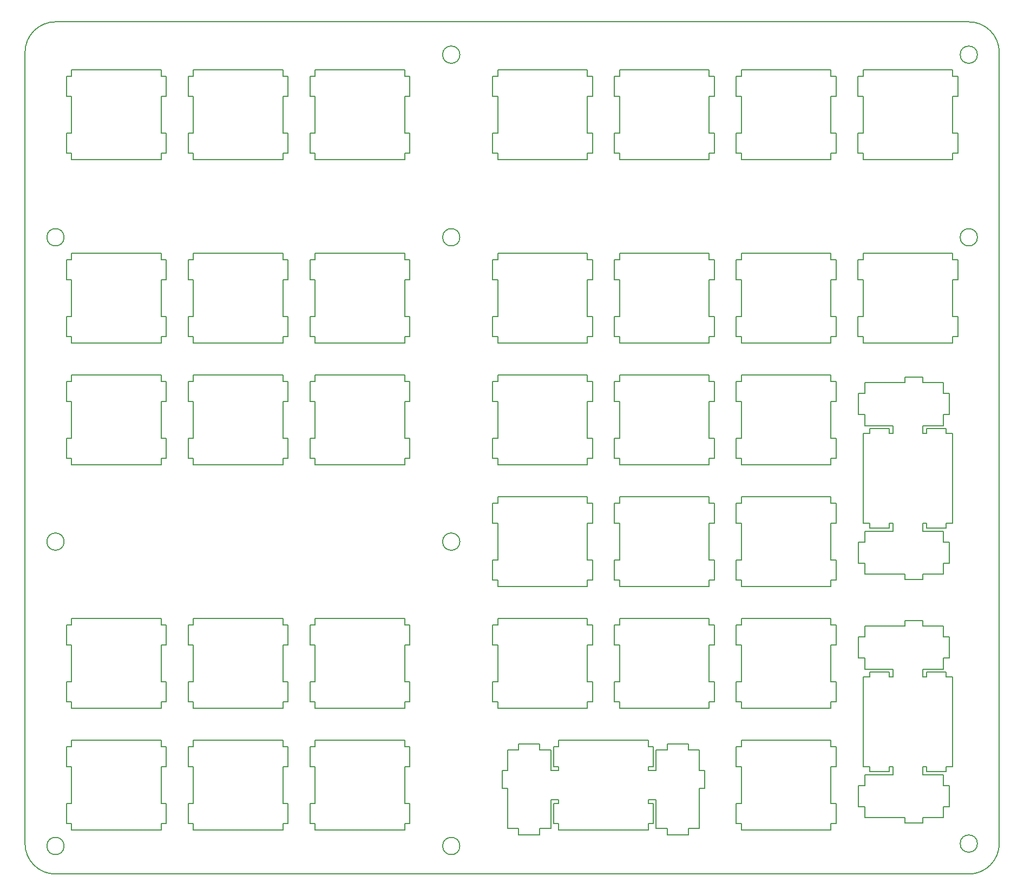
<source format=gbr>
%TF.GenerationSoftware,KiCad,Pcbnew,7.0.9*%
%TF.CreationDate,2023-12-19T13:09:28-08:00*%
%TF.ProjectId,Numpad-Plate,4e756d70-6164-42d5-906c-6174652e6b69,rev?*%
%TF.SameCoordinates,Original*%
%TF.FileFunction,Profile,NP*%
%FSLAX46Y46*%
G04 Gerber Fmt 4.6, Leading zero omitted, Abs format (unit mm)*
G04 Created by KiCad (PCBNEW 7.0.9) date 2023-12-19 13:09:28*
%MOMM*%
%LPD*%
G01*
G04 APERTURE LIST*
%TA.AperFunction,Profile*%
%ADD10C,0.200000*%
%TD*%
G04 APERTURE END LIST*
D10*
X178725500Y-40861398D02*
X178725500Y-35061398D01*
X54100500Y-35061398D02*
X54100500Y-31961398D01*
X92200500Y-91710500D02*
X92200500Y-88610500D01*
X188025500Y-117137098D02*
X185225500Y-117137098D01*
X121575500Y-130810500D02*
X121575500Y-129810500D01*
X135575500Y-130810500D02*
X121575500Y-130810500D01*
X191255500Y-146237098D02*
X191255500Y-147962098D01*
X92200500Y-148860500D02*
X92200500Y-145760500D01*
X54900500Y-148860500D02*
X54100500Y-148860500D01*
X136375500Y-63760500D02*
X135575500Y-63760500D01*
X107000500Y-72660500D02*
X107000500Y-73660500D01*
X136375500Y-101860500D02*
X135575500Y-101860500D01*
X121575500Y-111760500D02*
X121575500Y-110760500D01*
X107800500Y-79710500D02*
X107800500Y-82810500D01*
X174475500Y-117810500D02*
X174475500Y-120910500D01*
X68900500Y-148860500D02*
X68900500Y-149860500D01*
X177975500Y-146237098D02*
X177975500Y-142937098D01*
X145900500Y-139960500D02*
X145100500Y-139960500D01*
X154625500Y-120910500D02*
X154625500Y-126710500D01*
X192175500Y-146237098D02*
X191255500Y-146237098D01*
X92200500Y-139960500D02*
X92200500Y-136860500D01*
X93000500Y-116810500D02*
X107000500Y-116810500D01*
X93000500Y-78710500D02*
X107000500Y-78710500D01*
X188025500Y-86612098D02*
X191255500Y-86612098D01*
X54900500Y-60660500D02*
X54900500Y-59660500D01*
X107000500Y-78710500D02*
X107000500Y-79710500D01*
X73150500Y-69560500D02*
X73950500Y-69560500D01*
X93000500Y-91710500D02*
X92200500Y-91710500D01*
X135575500Y-44961398D02*
X121575500Y-44961398D01*
X69700500Y-40861398D02*
X69700500Y-43961398D01*
X154625500Y-110760500D02*
X154625500Y-111760500D01*
X130300500Y-148860500D02*
X130300500Y-145760500D01*
X73150500Y-145760500D02*
X73950500Y-145760500D01*
X87950500Y-69560500D02*
X88750500Y-69560500D01*
X140625500Y-82810500D02*
X139825500Y-82810500D01*
X177925500Y-63760500D02*
X177925500Y-60660500D01*
X178725500Y-101862098D02*
X178725500Y-87862098D01*
X120775500Y-40861398D02*
X121575500Y-40861398D01*
X192725500Y-69560500D02*
X193525500Y-69560500D01*
X155425500Y-120910500D02*
X154625500Y-120910500D01*
X174475500Y-69560500D02*
X174475500Y-72660500D01*
X192175500Y-119687098D02*
X191255500Y-119687098D01*
X131100500Y-149860500D02*
X131100500Y-148860500D01*
X200013500Y-28188098D02*
X200013500Y-152012098D01*
X73150500Y-79710500D02*
X73950500Y-79710500D01*
X135575500Y-82810500D02*
X135575500Y-88610500D01*
X73150500Y-126710500D02*
X73950500Y-126710500D01*
X68900500Y-117810500D02*
X69700500Y-117810500D01*
X178955500Y-81587098D02*
X177975500Y-81587098D01*
X68900500Y-69560500D02*
X69700500Y-69560500D01*
X93000500Y-40861398D02*
X93000500Y-35061398D01*
X135575500Y-73660500D02*
X121575500Y-73660500D01*
X140625500Y-116810500D02*
X154625500Y-116810500D01*
X178725500Y-43961398D02*
X177925500Y-43961398D01*
X177925500Y-69560500D02*
X178725500Y-69560500D01*
X54900500Y-92710500D02*
X54900500Y-91710500D01*
X92200500Y-88610500D02*
X93000500Y-88610500D01*
X121575500Y-97760500D02*
X135575500Y-97760500D01*
X88750500Y-60660500D02*
X88750500Y-63760500D01*
X107800500Y-31961398D02*
X107800500Y-35061398D01*
X54100500Y-63760500D02*
X54100500Y-60660500D01*
X140625500Y-72660500D02*
X139825500Y-72660500D01*
X188625500Y-140762098D02*
X188625500Y-139962098D01*
X191725500Y-87862098D02*
X192725500Y-87862098D01*
X135575500Y-59660500D02*
X135575500Y-60660500D01*
X178725500Y-72660500D02*
X177925500Y-72660500D01*
X178725500Y-30961398D02*
X192725500Y-30961398D01*
X107000500Y-59660500D02*
X107000500Y-60660500D01*
X54100500Y-88610500D02*
X54900500Y-88610500D01*
X121575500Y-126710500D02*
X121575500Y-120910500D01*
X158875500Y-69560500D02*
X159675500Y-69560500D01*
X193525500Y-72660500D02*
X192725500Y-72660500D01*
X155425500Y-69560500D02*
X155425500Y-72660500D01*
X88750500Y-117810500D02*
X88750500Y-120910500D01*
X174475500Y-43961398D02*
X173675500Y-43961398D01*
X140625500Y-97760500D02*
X154625500Y-97760500D01*
X73950500Y-92710500D02*
X73950500Y-91710500D01*
X159675500Y-107660500D02*
X159675500Y-101860500D01*
X87950500Y-136860500D02*
X88750500Y-136860500D01*
X68900500Y-63760500D02*
X68900500Y-69560500D01*
X120775500Y-91710500D02*
X120775500Y-88610500D01*
X173675500Y-130810500D02*
X159675500Y-130810500D01*
X115637500Y-104762500D02*
G75*
G03*
X115637500Y-104762500I-1350000J0D01*
G01*
X192725500Y-43961398D02*
X192725500Y-44961398D01*
X159675500Y-126710500D02*
X159675500Y-120910500D01*
X173675500Y-98760500D02*
X174475500Y-98760500D01*
X68900500Y-145760500D02*
X69700500Y-145760500D01*
X136375500Y-69560500D02*
X136375500Y-72660500D01*
X146350500Y-140560500D02*
X146350500Y-137330500D01*
X130300500Y-145760500D02*
X131100500Y-145760500D01*
X192725500Y-59660500D02*
X192725500Y-60660500D01*
X153100500Y-149630500D02*
X151375500Y-149630500D01*
X192175500Y-104837098D02*
X192175500Y-108137098D01*
X153925500Y-143360500D02*
X153100500Y-143360500D01*
X54900500Y-135860500D02*
X68900500Y-135860500D01*
X93000500Y-72660500D02*
X92200500Y-72660500D01*
X159675500Y-73660500D02*
X159675500Y-72660500D01*
X87950500Y-126710500D02*
X88750500Y-126710500D01*
X195250500Y-23425098D02*
X52376500Y-23425098D01*
X136375500Y-31961398D02*
X136375500Y-35061398D01*
X178955500Y-104837098D02*
X178955500Y-103112098D01*
X154625500Y-44961398D02*
X140625500Y-44961398D01*
X185225500Y-79862098D02*
X178955500Y-79862098D01*
X128125500Y-150610500D02*
X128125500Y-149630500D01*
X155425500Y-107660500D02*
X155425500Y-110760500D01*
X68900500Y-44961398D02*
X54900500Y-44961398D01*
X158875500Y-40861398D02*
X159675500Y-40861398D01*
X139825500Y-69560500D02*
X140625500Y-69560500D01*
X93000500Y-60660500D02*
X93000500Y-59660500D01*
X173675500Y-63760500D02*
X173675500Y-69560500D01*
X173675500Y-145760500D02*
X174475500Y-145760500D01*
X54900500Y-78710500D02*
X68900500Y-78710500D01*
X68900500Y-59660500D02*
X68900500Y-60660500D01*
X87950500Y-91710500D02*
X87950500Y-92710500D01*
X195250500Y-156775098D02*
X52376500Y-156775098D01*
X159675500Y-69560500D02*
X159675500Y-63760500D01*
X140625500Y-98760500D02*
X140625500Y-97760500D01*
X155425500Y-35061398D02*
X154625500Y-35061398D01*
X191255500Y-122987098D02*
X192175500Y-122987098D01*
X88750500Y-139960500D02*
X87950500Y-139960500D01*
X68900500Y-135860500D02*
X68900500Y-136860500D01*
X87950500Y-40861398D02*
X88750500Y-40861398D01*
X182825500Y-140762098D02*
X179725500Y-140762098D01*
X179725500Y-139962098D02*
X178725500Y-139962098D01*
X129850500Y-140560500D02*
X129850500Y-137330500D01*
X54100500Y-145760500D02*
X54900500Y-145760500D01*
X140625500Y-101860500D02*
X139825500Y-101860500D01*
X92200500Y-126710500D02*
X93000500Y-126710500D01*
X193525500Y-60660500D02*
X193525500Y-63760500D01*
X191255500Y-119687098D02*
X191255500Y-117962098D01*
X174475500Y-35061398D02*
X173675500Y-35061398D01*
X188625500Y-87862098D02*
X188625500Y-87062098D01*
X68900500Y-73660500D02*
X54900500Y-73660500D01*
X145900500Y-148860500D02*
X145100500Y-148860500D01*
X153100500Y-137330500D02*
X153100500Y-140560500D01*
X192725500Y-101862098D02*
X191725500Y-101862098D01*
X191255500Y-124712098D02*
X191255500Y-122987098D01*
X183425500Y-103112098D02*
X183425500Y-101862098D01*
X69700500Y-129810500D02*
X68900500Y-129810500D01*
X88750500Y-79710500D02*
X88750500Y-82810500D01*
X73150500Y-91710500D02*
X73150500Y-88610500D01*
X191725500Y-102662098D02*
X188625500Y-102662098D01*
X88750500Y-63760500D02*
X87950500Y-63760500D01*
X155425500Y-82810500D02*
X154625500Y-82810500D01*
X173675500Y-117810500D02*
X174475500Y-117810500D01*
X158875500Y-129810500D02*
X158875500Y-126710500D01*
X188025500Y-79037098D02*
X185225500Y-79037098D01*
X54100500Y-60660500D02*
X54900500Y-60660500D01*
X107000500Y-73660500D02*
X93000500Y-73660500D01*
X87950500Y-130810500D02*
X73950500Y-130810500D01*
X54100500Y-117810500D02*
X54900500Y-117810500D01*
X173675500Y-35061398D02*
X173675500Y-40861398D01*
X185225500Y-117137098D02*
X185225500Y-117962098D01*
X135575500Y-72660500D02*
X135575500Y-73660500D01*
X129850500Y-149630500D02*
X129850500Y-145160500D01*
X92200500Y-79710500D02*
X93000500Y-79710500D01*
X73950500Y-145760500D02*
X73950500Y-139960500D01*
X54900500Y-145760500D02*
X54900500Y-139960500D01*
X73150500Y-40861398D02*
X73950500Y-40861398D01*
X135575500Y-129810500D02*
X135575500Y-130810500D01*
X178955500Y-109862098D02*
X178955500Y-108137098D01*
X140625500Y-91710500D02*
X139825500Y-91710500D01*
X182825500Y-139962098D02*
X182825500Y-140762098D01*
X178725500Y-73660500D02*
X178725500Y-72660500D01*
X136375500Y-129810500D02*
X135575500Y-129810500D01*
X73950500Y-116810500D02*
X87950500Y-116810500D01*
X158875500Y-117810500D02*
X159675500Y-117810500D01*
X178725500Y-60660500D02*
X178725500Y-59660500D01*
X92200500Y-129810500D02*
X92200500Y-126710500D01*
X107800500Y-82810500D02*
X107000500Y-82810500D01*
X192175500Y-81587098D02*
X191255500Y-81587098D01*
X140625500Y-110760500D02*
X139825500Y-110760500D01*
X54900500Y-82810500D02*
X54100500Y-82810500D01*
X173675500Y-135860500D02*
X173675500Y-136860500D01*
X188025500Y-125962098D02*
X188025500Y-124712098D01*
X87950500Y-35061398D02*
X87950500Y-40861398D01*
X107000500Y-43961398D02*
X107000500Y-44961398D01*
X69700500Y-145760500D02*
X69700500Y-148860500D01*
X121575500Y-31961398D02*
X121575500Y-30961398D01*
X140625500Y-73660500D02*
X140625500Y-72660500D01*
X185225500Y-79037098D02*
X185225500Y-79862098D01*
X69700500Y-35061398D02*
X68900500Y-35061398D01*
X178955500Y-146237098D02*
X177975500Y-146237098D01*
X136375500Y-120910500D02*
X135575500Y-120910500D01*
X154625500Y-88610500D02*
X155425500Y-88610500D01*
X135575500Y-30961398D02*
X135575500Y-31961398D01*
X73950500Y-43961398D02*
X73150500Y-43961398D01*
X179725500Y-125962098D02*
X179725500Y-125162098D01*
X54100500Y-139960500D02*
X54100500Y-136860500D01*
X54900500Y-69560500D02*
X54900500Y-63760500D01*
X192725500Y-125962098D02*
X192725500Y-139962098D01*
X68900500Y-130810500D02*
X54900500Y-130810500D01*
X73950500Y-63760500D02*
X73150500Y-63760500D01*
X69700500Y-72660500D02*
X68900500Y-72660500D01*
X54900500Y-139960500D02*
X54100500Y-139960500D01*
X135575500Y-69560500D02*
X136375500Y-69560500D01*
X182825500Y-101862098D02*
X182825500Y-102662098D01*
X188025500Y-141212098D02*
X191255500Y-141212098D01*
X73950500Y-30961398D02*
X87950500Y-30961398D01*
X154625500Y-43961398D02*
X154625500Y-44961398D01*
X154625500Y-73660500D02*
X140625500Y-73660500D01*
X173675500Y-111760500D02*
X159675500Y-111760500D01*
X47613500Y-28188098D02*
X47613500Y-132963098D01*
X54900500Y-149860500D02*
X54900500Y-148860500D01*
X154625500Y-98760500D02*
X155425500Y-98760500D01*
X136375500Y-88610500D02*
X136375500Y-91710500D01*
X135575500Y-78710500D02*
X135575500Y-79710500D01*
X69700500Y-148860500D02*
X68900500Y-148860500D01*
X146350500Y-145160500D02*
X145100500Y-145160500D01*
X192175500Y-108137098D02*
X191255500Y-108137098D01*
X135575500Y-43961398D02*
X135575500Y-44961398D01*
X188625500Y-125962098D02*
X188025500Y-125962098D01*
X140625500Y-78710500D02*
X154625500Y-78710500D01*
X188025500Y-139962098D02*
X188025500Y-141212098D01*
X140625500Y-107660500D02*
X140625500Y-101860500D01*
X54900500Y-129810500D02*
X54100500Y-129810500D01*
X128125500Y-149630500D02*
X129850500Y-149630500D01*
X135575500Y-92710500D02*
X121575500Y-92710500D01*
X93000500Y-44961398D02*
X93000500Y-43961398D01*
X188625500Y-87062098D02*
X191725500Y-87062098D01*
X178955500Y-124712098D02*
X183425500Y-124712098D01*
X158875500Y-82810500D02*
X158875500Y-79710500D01*
X135575500Y-97760500D02*
X135575500Y-98760500D01*
X145100500Y-135860500D02*
X145100500Y-136860500D01*
X188625500Y-101862098D02*
X188025500Y-101862098D01*
X121575500Y-91710500D02*
X120775500Y-91710500D01*
X107000500Y-149860500D02*
X93000500Y-149860500D01*
X73950500Y-72660500D02*
X73150500Y-72660500D01*
X88750500Y-43961398D02*
X87950500Y-43961398D01*
X178955500Y-108137098D02*
X177975500Y-108137098D01*
X73150500Y-117810500D02*
X73950500Y-117810500D01*
X54900500Y-43961398D02*
X54100500Y-43961398D01*
X177975500Y-119687098D02*
X177975500Y-122987098D01*
X140625500Y-92710500D02*
X140625500Y-91710500D01*
X68900500Y-31961398D02*
X69700500Y-31961398D01*
X151375500Y-137330500D02*
X153100500Y-137330500D01*
X145100500Y-148860500D02*
X145100500Y-149860500D01*
X68900500Y-72660500D02*
X68900500Y-73660500D01*
X73950500Y-136860500D02*
X73950500Y-135860500D01*
X188625500Y-125162098D02*
X191725500Y-125162098D01*
X87950500Y-92710500D02*
X73950500Y-92710500D01*
X192725500Y-35061398D02*
X192725500Y-40861398D01*
X177975500Y-108137098D02*
X177975500Y-104837098D01*
X54100500Y-129810500D02*
X54100500Y-126710500D01*
X140625500Y-79710500D02*
X140625500Y-78710500D01*
X73150500Y-31961398D02*
X73950500Y-31961398D01*
X174475500Y-101860500D02*
X173675500Y-101860500D01*
X159675500Y-72660500D02*
X158875500Y-72660500D01*
X107000500Y-145760500D02*
X107800500Y-145760500D01*
X92200500Y-63760500D02*
X92200500Y-60660500D01*
X87950500Y-116810500D02*
X87950500Y-117810500D01*
X92200500Y-145760500D02*
X93000500Y-145760500D01*
X88750500Y-69560500D02*
X88750500Y-72660500D01*
X120775500Y-101860500D02*
X120775500Y-98760500D01*
X120775500Y-79710500D02*
X121575500Y-79710500D01*
X136375500Y-126710500D02*
X136375500Y-129810500D01*
X68900500Y-126710500D02*
X69700500Y-126710500D01*
X154625500Y-40861398D02*
X155425500Y-40861398D01*
X93000500Y-31961398D02*
X93000500Y-30961398D01*
X69700500Y-88610500D02*
X69700500Y-91710500D01*
X92200500Y-69560500D02*
X93000500Y-69560500D01*
X154625500Y-59660500D02*
X154625500Y-60660500D01*
X93000500Y-135860500D02*
X107000500Y-135860500D01*
X54100500Y-72660500D02*
X54100500Y-69560500D01*
X192725500Y-72660500D02*
X192725500Y-73660500D01*
X139825500Y-101860500D02*
X139825500Y-98760500D01*
X121575500Y-35061398D02*
X120775500Y-35061398D01*
X54100500Y-136860500D02*
X54900500Y-136860500D01*
X121575500Y-78710500D02*
X135575500Y-78710500D01*
X148075500Y-150610500D02*
X148075500Y-149630500D01*
X159675500Y-44961398D02*
X159675500Y-43961398D01*
X107000500Y-91710500D02*
X107000500Y-92710500D01*
X174475500Y-79710500D02*
X174475500Y-82810500D01*
X154625500Y-78710500D02*
X154625500Y-79710500D01*
X191255500Y-103112098D02*
X191255500Y-104837098D01*
X185225500Y-117962098D02*
X178955500Y-117962098D01*
X107000500Y-69560500D02*
X107800500Y-69560500D01*
X92200500Y-72660500D02*
X92200500Y-69560500D01*
X145100500Y-136860500D02*
X145900500Y-136860500D01*
X73150500Y-148860500D02*
X73150500Y-145760500D01*
X185225500Y-109862098D02*
X178955500Y-109862098D01*
X159675500Y-88610500D02*
X159675500Y-82810500D01*
X179725500Y-140762098D02*
X179725500Y-139962098D01*
X121575500Y-79710500D02*
X121575500Y-78710500D01*
X120775500Y-120910500D02*
X120775500Y-117810500D01*
X121575500Y-117810500D02*
X121575500Y-116810500D01*
X178955500Y-79862098D02*
X178955500Y-81587098D01*
X107800500Y-126710500D02*
X107800500Y-129810500D01*
X183425500Y-139962098D02*
X182825500Y-139962098D01*
X107000500Y-63760500D02*
X107000500Y-69560500D01*
X92200500Y-136860500D02*
X93000500Y-136860500D01*
X92200500Y-60660500D02*
X93000500Y-60660500D01*
X158875500Y-145760500D02*
X159675500Y-145760500D01*
X107800500Y-117810500D02*
X107800500Y-120910500D01*
X178955500Y-147962098D02*
X178955500Y-146237098D01*
X151375500Y-136410500D02*
X151375500Y-137330500D01*
X158875500Y-136860500D02*
X159675500Y-136860500D01*
X87950500Y-145760500D02*
X88750500Y-145760500D01*
X107000500Y-116810500D02*
X107000500Y-117810500D01*
X188025500Y-148787098D02*
X185225500Y-148787098D01*
X178955500Y-84887098D02*
X178955500Y-86612098D01*
X174475500Y-63760500D02*
X173675500Y-63760500D01*
X146350500Y-137330500D02*
X148075500Y-137330500D01*
X191725500Y-125162098D02*
X191725500Y-125962098D01*
X139825500Y-63760500D02*
X139825500Y-60660500D01*
X188025500Y-79862098D02*
X188025500Y-79037098D01*
X178955500Y-122987098D02*
X178955500Y-124712098D01*
X73150500Y-88610500D02*
X73950500Y-88610500D01*
X158875500Y-107660500D02*
X159675500Y-107660500D01*
X93000500Y-79710500D02*
X93000500Y-78710500D01*
X159675500Y-97760500D02*
X173675500Y-97760500D01*
X140625500Y-88610500D02*
X140625500Y-82810500D01*
X154625500Y-126710500D02*
X155425500Y-126710500D01*
X107000500Y-148860500D02*
X107000500Y-149860500D01*
X135575500Y-79710500D02*
X136375500Y-79710500D01*
X88750500Y-88610500D02*
X88750500Y-91710500D01*
X139825500Y-126710500D02*
X140625500Y-126710500D01*
X173675500Y-116810500D02*
X173675500Y-117810500D01*
X196600500Y-57135500D02*
G75*
G03*
X196600500Y-57135500I-1350000J0D01*
G01*
X120775500Y-35061398D02*
X120775500Y-31961398D01*
X155425500Y-110760500D02*
X154625500Y-110760500D01*
X188025500Y-101862098D02*
X188025500Y-103112098D01*
X140625500Y-43961398D02*
X139825500Y-43961398D01*
X173675500Y-31961398D02*
X174475500Y-31961398D01*
X193525500Y-35061398D02*
X192725500Y-35061398D01*
X135575500Y-111760500D02*
X121575500Y-111760500D01*
X53724500Y-57135500D02*
G75*
G03*
X53724500Y-57135500I-1350000J0D01*
G01*
X107000500Y-82810500D02*
X107000500Y-88610500D01*
X54100500Y-31961398D02*
X54900500Y-31961398D01*
X73150500Y-82810500D02*
X73150500Y-79710500D01*
X107800500Y-72660500D02*
X107000500Y-72660500D01*
X173675500Y-79710500D02*
X174475500Y-79710500D01*
X107000500Y-135860500D02*
X107000500Y-136860500D01*
X145100500Y-145160500D02*
X145100500Y-145760500D01*
X140625500Y-35061398D02*
X139825500Y-35061398D01*
X139825500Y-43961398D02*
X139825500Y-40861398D01*
X121575500Y-82810500D02*
X120775500Y-82810500D01*
X87950500Y-79710500D02*
X88750500Y-79710500D01*
X73950500Y-126710500D02*
X73950500Y-120910500D01*
X69700500Y-69560500D02*
X69700500Y-72660500D01*
X159675500Y-60660500D02*
X159675500Y-59660500D01*
X174475500Y-98760500D02*
X174475500Y-101860500D01*
X155425500Y-117810500D02*
X155425500Y-120910500D01*
X159675500Y-92710500D02*
X159675500Y-91710500D01*
X188025500Y-124712098D02*
X191255500Y-124712098D01*
X158875500Y-43961398D02*
X158875500Y-40861398D01*
X174475500Y-91710500D02*
X173675500Y-91710500D01*
X178955500Y-141212098D02*
X183425500Y-141212098D01*
X92200500Y-31961398D02*
X93000500Y-31961398D01*
X54900500Y-136860500D02*
X54900500Y-135860500D01*
X140625500Y-126710500D02*
X140625500Y-120910500D01*
X136375500Y-79710500D02*
X136375500Y-82810500D01*
X107000500Y-40861398D02*
X107800500Y-40861398D01*
X73950500Y-60660500D02*
X73950500Y-59660500D01*
X73950500Y-91710500D02*
X73150500Y-91710500D01*
X73950500Y-129810500D02*
X73150500Y-129810500D01*
X173675500Y-82810500D02*
X173675500Y-88610500D01*
X73150500Y-72660500D02*
X73150500Y-69560500D01*
X158875500Y-91710500D02*
X158875500Y-88610500D01*
X174475500Y-129810500D02*
X173675500Y-129810500D01*
X177975500Y-84887098D02*
X178955500Y-84887098D01*
X87950500Y-43961398D02*
X87950500Y-44961398D01*
X188025500Y-117962098D02*
X188025500Y-117137098D01*
X185225500Y-148787098D02*
X185225500Y-147962098D01*
X121575500Y-116810500D02*
X135575500Y-116810500D01*
X107800500Y-40861398D02*
X107800500Y-43961398D01*
X122275500Y-143360500D02*
X123100500Y-143360500D01*
X73150500Y-63760500D02*
X73150500Y-60660500D01*
X173675500Y-126710500D02*
X174475500Y-126710500D01*
X158875500Y-98760500D02*
X159675500Y-98760500D01*
X140625500Y-120910500D02*
X139825500Y-120910500D01*
X191255500Y-147962098D02*
X188025500Y-147962098D01*
X179725500Y-87862098D02*
X179725500Y-87062098D01*
X154625500Y-101860500D02*
X154625500Y-107660500D01*
X158875500Y-120910500D02*
X158875500Y-117810500D01*
X120775500Y-82810500D02*
X120775500Y-79710500D01*
X159675500Y-136860500D02*
X159675500Y-135860500D01*
X140625500Y-59660500D02*
X154625500Y-59660500D01*
X87950500Y-148860500D02*
X87950500Y-149860500D01*
X154625500Y-117810500D02*
X155425500Y-117810500D01*
X69700500Y-126710500D02*
X69700500Y-129810500D01*
X191255500Y-84887098D02*
X192175500Y-84887098D01*
X174475500Y-31961398D02*
X174475500Y-35061398D01*
X174475500Y-120910500D02*
X173675500Y-120910500D01*
X158875500Y-79710500D02*
X159675500Y-79710500D01*
X153100500Y-140560500D02*
X153925500Y-140560500D01*
X131100500Y-145160500D02*
X131100500Y-145760500D01*
X54900500Y-91710500D02*
X54100500Y-91710500D01*
X159675500Y-101860500D02*
X158875500Y-101860500D01*
X140625500Y-129810500D02*
X139825500Y-129810500D01*
X173675500Y-59660500D02*
X173675500Y-60660500D01*
X68900500Y-30961398D02*
X68900500Y-31961398D01*
X159675500Y-117810500D02*
X159675500Y-116810500D01*
X93000500Y-126710500D02*
X93000500Y-120910500D01*
X154625500Y-31961398D02*
X155425500Y-31961398D01*
X124825500Y-137330500D02*
X123100500Y-137330500D01*
X177925500Y-43961398D02*
X177925500Y-40861398D01*
X123100500Y-140560500D02*
X122275500Y-140560500D01*
X68900500Y-129810500D02*
X68900500Y-130810500D01*
X159675500Y-35061398D02*
X158875500Y-35061398D01*
X135575500Y-116810500D02*
X135575500Y-117810500D01*
X139825500Y-79710500D02*
X140625500Y-79710500D01*
X191255500Y-86612098D02*
X191255500Y-84887098D01*
X115637500Y-28560500D02*
G75*
G03*
X115637500Y-28560500I-1350000J0D01*
G01*
X192725500Y-30961398D02*
X192725500Y-31961398D01*
X173675500Y-69560500D02*
X174475500Y-69560500D01*
X177925500Y-60660500D02*
X178725500Y-60660500D01*
X73950500Y-149860500D02*
X73950500Y-148860500D01*
X131100500Y-136860500D02*
X131100500Y-135860500D01*
X193525500Y-63760500D02*
X192725500Y-63760500D01*
X135575500Y-31961398D02*
X136375500Y-31961398D01*
X179725500Y-102662098D02*
X179725500Y-101862098D01*
X93000500Y-92710500D02*
X93000500Y-91710500D01*
X107800500Y-43961398D02*
X107000500Y-43961398D01*
X121575500Y-98760500D02*
X121575500Y-97760500D01*
X120775500Y-126710500D02*
X121575500Y-126710500D01*
X154625500Y-91710500D02*
X154625500Y-92710500D01*
X159675500Y-148860500D02*
X158875500Y-148860500D01*
X192175500Y-84887098D02*
X192175500Y-81587098D01*
X135575500Y-60660500D02*
X136375500Y-60660500D01*
X173675500Y-60660500D02*
X174475500Y-60660500D01*
X177975500Y-142937098D02*
X178955500Y-142937098D01*
X173675500Y-91710500D02*
X173675500Y-92710500D01*
X158875500Y-35061398D02*
X158875500Y-31961398D01*
X139825500Y-117810500D02*
X140625500Y-117810500D01*
X93000500Y-136860500D02*
X93000500Y-135860500D01*
X191725500Y-139962098D02*
X191725500Y-140762098D01*
X139825500Y-88610500D02*
X140625500Y-88610500D01*
X107800500Y-88610500D02*
X107800500Y-91710500D01*
X73950500Y-148860500D02*
X73150500Y-148860500D01*
X107000500Y-79710500D02*
X107800500Y-79710500D01*
X178955500Y-103112098D02*
X183425500Y-103112098D01*
X159675500Y-82810500D02*
X158875500Y-82810500D01*
X136375500Y-98760500D02*
X136375500Y-101860500D01*
X177975500Y-104837098D02*
X178955500Y-104837098D01*
X154625500Y-82810500D02*
X154625500Y-88610500D01*
X178955500Y-142937098D02*
X178955500Y-141212098D01*
X93000500Y-35061398D02*
X92200500Y-35061398D01*
X154625500Y-111760500D02*
X140625500Y-111760500D01*
X87950500Y-63760500D02*
X87950500Y-69560500D01*
X159675500Y-139960500D02*
X158875500Y-139960500D01*
X87950500Y-31961398D02*
X88750500Y-31961398D01*
X107800500Y-35061398D02*
X107000500Y-35061398D01*
X177975500Y-81587098D02*
X177975500Y-84887098D01*
X135575500Y-117810500D02*
X136375500Y-117810500D01*
X135575500Y-88610500D02*
X136375500Y-88610500D01*
X155425500Y-129810500D02*
X154625500Y-129810500D01*
X87950500Y-117810500D02*
X88750500Y-117810500D01*
X131100500Y-148860500D02*
X130300500Y-148860500D01*
X69700500Y-43961398D02*
X68900500Y-43961398D01*
X154625500Y-97760500D02*
X154625500Y-98760500D01*
X178955500Y-86612098D02*
X183425500Y-86612098D01*
X154625500Y-72660500D02*
X154625500Y-73660500D01*
X192725500Y-40861398D02*
X193525500Y-40861398D01*
X155425500Y-43961398D02*
X154625500Y-43961398D01*
X182825500Y-102662098D02*
X179725500Y-102662098D01*
X173675500Y-92710500D02*
X159675500Y-92710500D01*
X139825500Y-82810500D02*
X139825500Y-79710500D01*
X140625500Y-111760500D02*
X140625500Y-110760500D01*
X73950500Y-40861398D02*
X73950500Y-35061398D01*
X123100500Y-137330500D02*
X123100500Y-140560500D01*
X173675500Y-43961398D02*
X173675500Y-44961398D01*
X158875500Y-148860500D02*
X158875500Y-145760500D01*
X158875500Y-101860500D02*
X158875500Y-98760500D01*
X93000500Y-59660500D02*
X107000500Y-59660500D01*
X69700500Y-136860500D02*
X69700500Y-139960500D01*
X192725500Y-31961398D02*
X193525500Y-31961398D01*
X93000500Y-82810500D02*
X92200500Y-82810500D01*
X154625500Y-92710500D02*
X140625500Y-92710500D01*
X131100500Y-140560500D02*
X129850500Y-140560500D01*
X121575500Y-129810500D02*
X120775500Y-129810500D01*
X174475500Y-110760500D02*
X173675500Y-110760500D01*
X87950500Y-44961398D02*
X73950500Y-44961398D01*
X158875500Y-139960500D02*
X158875500Y-136860500D01*
X68900500Y-82810500D02*
X68900500Y-88610500D01*
X158875500Y-63760500D02*
X158875500Y-60660500D01*
X188025500Y-109862098D02*
X188025500Y-110687098D01*
X68900500Y-43961398D02*
X68900500Y-44961398D01*
X154625500Y-79710500D02*
X155425500Y-79710500D01*
X68900500Y-116810500D02*
X68900500Y-117810500D01*
X188025500Y-103112098D02*
X191255500Y-103112098D01*
X69700500Y-120910500D02*
X68900500Y-120910500D01*
X159675500Y-111760500D02*
X159675500Y-110760500D01*
X54900500Y-59660500D02*
X68900500Y-59660500D01*
X155425500Y-79710500D02*
X155425500Y-82810500D01*
X136375500Y-40861398D02*
X136375500Y-43961398D01*
X154625500Y-116810500D02*
X154625500Y-117810500D01*
X155425500Y-31961398D02*
X155425500Y-35061398D01*
X191255500Y-108137098D02*
X191255500Y-109862098D01*
X145900500Y-136860500D02*
X145900500Y-139960500D01*
X130300500Y-139960500D02*
X130300500Y-136860500D01*
X107000500Y-139960500D02*
X107000500Y-145760500D01*
X68900500Y-120910500D02*
X68900500Y-126710500D01*
X135575500Y-120910500D02*
X135575500Y-126710500D01*
X155425500Y-40861398D02*
X155425500Y-43961398D01*
X92200500Y-35061398D02*
X92200500Y-31961398D01*
X107000500Y-92710500D02*
X93000500Y-92710500D01*
X68900500Y-79710500D02*
X69700500Y-79710500D01*
X158875500Y-31961398D02*
X159675500Y-31961398D01*
X87950500Y-149860500D02*
X73950500Y-149860500D01*
X121575500Y-63760500D02*
X120775500Y-63760500D01*
X54100500Y-91710500D02*
X54100500Y-88610500D01*
X191255500Y-141212098D02*
X191255500Y-142937098D01*
X107000500Y-120910500D02*
X107000500Y-126710500D01*
X128125500Y-136410500D02*
X124825500Y-136410500D01*
X158875500Y-60660500D02*
X159675500Y-60660500D01*
X178725500Y-87862098D02*
X179725500Y-87862098D01*
X173675500Y-110760500D02*
X173675500Y-111760500D01*
X120775500Y-43961398D02*
X120775500Y-40861398D01*
X139825500Y-40861398D02*
X140625500Y-40861398D01*
X178725500Y-31961398D02*
X178725500Y-30961398D01*
X73950500Y-117810500D02*
X73950500Y-116810500D01*
X68900500Y-60660500D02*
X69700500Y-60660500D01*
X155425500Y-63760500D02*
X154625500Y-63760500D01*
X93000500Y-73660500D02*
X93000500Y-72660500D01*
X185225500Y-147962098D02*
X178955500Y-147962098D01*
X121575500Y-110760500D02*
X120775500Y-110760500D01*
X183425500Y-86612098D02*
X183425500Y-87862098D01*
X121575500Y-59660500D02*
X135575500Y-59660500D01*
X178725500Y-44961398D02*
X178725500Y-43961398D01*
X88750500Y-31961398D02*
X88750500Y-35061398D01*
X120775500Y-69560500D02*
X121575500Y-69560500D01*
X52376500Y-23425100D02*
G75*
G03*
X47613500Y-28188098I0J-4763000D01*
G01*
X155425500Y-60660500D02*
X155425500Y-63760500D01*
X145100500Y-140560500D02*
X146350500Y-140560500D01*
X121575500Y-72660500D02*
X120775500Y-72660500D01*
X159675500Y-63760500D02*
X158875500Y-63760500D01*
X183425500Y-87862098D02*
X182825500Y-87862098D01*
X107800500Y-120910500D02*
X107000500Y-120910500D01*
X93000500Y-43961398D02*
X92200500Y-43961398D01*
X73950500Y-88610500D02*
X73950500Y-82810500D01*
X136375500Y-110760500D02*
X135575500Y-110760500D01*
X121575500Y-60660500D02*
X121575500Y-59660500D01*
X107800500Y-69560500D02*
X107800500Y-72660500D01*
X107000500Y-30961398D02*
X107000500Y-31961398D01*
X120775500Y-63760500D02*
X120775500Y-60660500D01*
X174475500Y-88610500D02*
X174475500Y-91710500D01*
X159675500Y-98760500D02*
X159675500Y-97760500D01*
X54900500Y-120910500D02*
X54100500Y-120910500D01*
X87950500Y-82810500D02*
X87950500Y-88610500D01*
X69700500Y-79710500D02*
X69700500Y-82810500D01*
X188625500Y-125962098D02*
X188625500Y-125162098D01*
X107000500Y-117810500D02*
X107800500Y-117810500D01*
X191725500Y-125962098D02*
X192725500Y-125962098D01*
X122275500Y-140560500D02*
X122275500Y-143360500D01*
X92200500Y-117810500D02*
X93000500Y-117810500D01*
X159675500Y-91710500D02*
X158875500Y-91710500D01*
X73950500Y-59660500D02*
X87950500Y-59660500D01*
X88750500Y-145760500D02*
X88750500Y-148860500D01*
X191255500Y-81587098D02*
X191255500Y-79862098D01*
X139825500Y-31961398D02*
X140625500Y-31961398D01*
X73950500Y-79710500D02*
X73950500Y-78710500D01*
X93000500Y-120910500D02*
X92200500Y-120910500D01*
X47613500Y-152012098D02*
X47613500Y-132963098D01*
X182825500Y-87062098D02*
X182825500Y-87862098D01*
X107800500Y-91710500D02*
X107000500Y-91710500D01*
X87950500Y-72660500D02*
X87950500Y-73660500D01*
X121575500Y-69560500D02*
X121575500Y-63760500D01*
X87950500Y-59660500D02*
X87950500Y-60660500D01*
X154625500Y-30961398D02*
X154625500Y-31961398D01*
X69700500Y-63760500D02*
X68900500Y-63760500D01*
X173675500Y-148860500D02*
X173675500Y-149860500D01*
X159675500Y-129810500D02*
X158875500Y-129810500D01*
X107000500Y-126710500D02*
X107800500Y-126710500D01*
X173675500Y-97760500D02*
X173675500Y-98760500D01*
X136375500Y-60660500D02*
X136375500Y-63760500D01*
X145100500Y-149860500D02*
X131100500Y-149860500D01*
X107000500Y-31961398D02*
X107800500Y-31961398D01*
X131100500Y-135860500D02*
X145100500Y-135860500D01*
X88750500Y-91710500D02*
X87950500Y-91710500D01*
X174475500Y-145760500D02*
X174475500Y-148860500D01*
X178725500Y-125962098D02*
X179725500Y-125962098D01*
X123100500Y-143360500D02*
X123100500Y-149630500D01*
X93000500Y-139960500D02*
X92200500Y-139960500D01*
X154625500Y-63760500D02*
X154625500Y-69560500D01*
X159675500Y-116810500D02*
X173675500Y-116810500D01*
X192725500Y-60660500D02*
X193525500Y-60660500D01*
X182825500Y-125162098D02*
X182825500Y-125962098D01*
X107800500Y-129810500D02*
X107000500Y-129810500D01*
X191255500Y-142937098D02*
X192175500Y-142937098D01*
X107000500Y-129810500D02*
X107000500Y-130810500D01*
X179725500Y-125162098D02*
X182825500Y-125162098D01*
X121575500Y-101860500D02*
X120775500Y-101860500D01*
X121575500Y-30961398D02*
X135575500Y-30961398D01*
X140625500Y-44961398D02*
X140625500Y-43961398D01*
X68900500Y-92710500D02*
X54900500Y-92710500D01*
X121575500Y-40861398D02*
X121575500Y-35061398D01*
X140625500Y-30961398D02*
X154625500Y-30961398D01*
X135575500Y-110760500D02*
X135575500Y-111760500D01*
X121575500Y-107660500D02*
X121575500Y-101860500D01*
X177975500Y-122987098D02*
X178955500Y-122987098D01*
X178725500Y-63760500D02*
X177925500Y-63760500D01*
X88750500Y-40861398D02*
X88750500Y-43961398D01*
X73950500Y-69560500D02*
X73950500Y-63760500D01*
X154625500Y-107660500D02*
X155425500Y-107660500D01*
X115637500Y-57135500D02*
G75*
G03*
X115637500Y-57135500I-1350000J0D01*
G01*
X88750500Y-126710500D02*
X88750500Y-129810500D01*
X158875500Y-126710500D02*
X159675500Y-126710500D01*
X73150500Y-129810500D02*
X73150500Y-126710500D01*
X174475500Y-107660500D02*
X174475500Y-110760500D01*
X68900500Y-136860500D02*
X69700500Y-136860500D01*
X135575500Y-40861398D02*
X136375500Y-40861398D01*
X140625500Y-40861398D02*
X140625500Y-35061398D01*
X120775500Y-88610500D02*
X121575500Y-88610500D01*
X107000500Y-44961398D02*
X93000500Y-44961398D01*
X88750500Y-72660500D02*
X87950500Y-72660500D01*
X140625500Y-130810500D02*
X140625500Y-129810500D01*
X54900500Y-116810500D02*
X68900500Y-116810500D01*
X139825500Y-98760500D02*
X140625500Y-98760500D01*
X73950500Y-82810500D02*
X73150500Y-82810500D01*
X159675500Y-135860500D02*
X173675500Y-135860500D01*
X183425500Y-141212098D02*
X183425500Y-139962098D01*
X92200500Y-40861398D02*
X93000500Y-40861398D01*
X54900500Y-126710500D02*
X54900500Y-120910500D01*
X73950500Y-78710500D02*
X87950500Y-78710500D01*
X192725500Y-73660500D02*
X178725500Y-73660500D01*
X54900500Y-88610500D02*
X54900500Y-82810500D01*
X92200500Y-82810500D02*
X92200500Y-79710500D01*
X193525500Y-31961398D02*
X193525500Y-35061398D01*
X192725500Y-63760500D02*
X192725500Y-69560500D01*
X188625500Y-139962098D02*
X188025500Y-139962098D01*
X68900500Y-40861398D02*
X69700500Y-40861398D01*
X54900500Y-73660500D02*
X54900500Y-72660500D01*
X107800500Y-139960500D02*
X107000500Y-139960500D01*
X140625500Y-31961398D02*
X140625500Y-30961398D01*
X88750500Y-148860500D02*
X87950500Y-148860500D01*
X154625500Y-129810500D02*
X154625500Y-130810500D01*
X178955500Y-117962098D02*
X178955500Y-119687098D01*
X131100500Y-139960500D02*
X131100500Y-140560500D01*
X53724500Y-104762500D02*
G75*
G03*
X53724500Y-104762500I-1350000J0D01*
G01*
X54900500Y-31961398D02*
X54900500Y-30961398D01*
X136375500Y-107660500D02*
X136375500Y-110760500D01*
X177925500Y-40861398D02*
X178725500Y-40861398D01*
X121575500Y-44961398D02*
X121575500Y-43961398D01*
X128125500Y-137330500D02*
X128125500Y-136410500D01*
X139825500Y-107660500D02*
X140625500Y-107660500D01*
X136375500Y-117810500D02*
X136375500Y-120910500D01*
X188025500Y-110687098D02*
X185225500Y-110687098D01*
X155425500Y-88610500D02*
X155425500Y-91710500D01*
X73150500Y-35061398D02*
X73150500Y-31961398D01*
X107000500Y-136860500D02*
X107800500Y-136860500D01*
X87950500Y-120910500D02*
X87950500Y-126710500D01*
X54900500Y-117810500D02*
X54900500Y-116810500D01*
X73150500Y-60660500D02*
X73950500Y-60660500D01*
X139825500Y-72660500D02*
X139825500Y-69560500D01*
X54100500Y-69560500D02*
X54900500Y-69560500D01*
X73950500Y-73660500D02*
X73950500Y-72660500D01*
X178725500Y-69560500D02*
X178725500Y-63760500D01*
X69700500Y-139960500D02*
X68900500Y-139960500D01*
X159675500Y-40861398D02*
X159675500Y-35061398D01*
X148075500Y-137330500D02*
X148075500Y-136410500D01*
X135575500Y-35061398D02*
X135575500Y-40861398D01*
X159675500Y-120910500D02*
X158875500Y-120910500D01*
X68900500Y-149860500D02*
X54900500Y-149860500D01*
X53724500Y-152387500D02*
G75*
G03*
X53724500Y-152387500I-1350000J0D01*
G01*
X87950500Y-88610500D02*
X88750500Y-88610500D01*
X185225500Y-110687098D02*
X185225500Y-109862098D01*
X73950500Y-130810500D02*
X73950500Y-129810500D01*
X191255500Y-104837098D02*
X192175500Y-104837098D01*
X177925500Y-35061398D02*
X177925500Y-31961398D01*
X124825500Y-150610500D02*
X128125500Y-150610500D01*
X173675500Y-30961398D02*
X173675500Y-31961398D01*
X183425500Y-124712098D02*
X183425500Y-125962098D01*
X191725500Y-101862098D02*
X191725500Y-102662098D01*
X140625500Y-117810500D02*
X140625500Y-116810500D01*
X158875500Y-72660500D02*
X158875500Y-69560500D01*
X73950500Y-44961398D02*
X73950500Y-43961398D01*
X93000500Y-30961398D02*
X107000500Y-30961398D01*
X173675500Y-107660500D02*
X174475500Y-107660500D01*
X174475500Y-60660500D02*
X174475500Y-63760500D01*
X88750500Y-129810500D02*
X87950500Y-129810500D01*
X151375500Y-149630500D02*
X151375500Y-150610500D01*
X159675500Y-145760500D02*
X159675500Y-139960500D01*
X69700500Y-117810500D02*
X69700500Y-120910500D01*
X120775500Y-72660500D02*
X120775500Y-69560500D01*
X178725500Y-59660500D02*
X192725500Y-59660500D01*
X130300500Y-136860500D02*
X131100500Y-136860500D01*
X173675500Y-101860500D02*
X173675500Y-107660500D01*
X54100500Y-148860500D02*
X54100500Y-145760500D01*
X107800500Y-145760500D02*
X107800500Y-148860500D01*
X135575500Y-101860500D02*
X135575500Y-107660500D01*
X173675500Y-129810500D02*
X173675500Y-130810500D01*
X173675500Y-72660500D02*
X173675500Y-73660500D01*
X93000500Y-117810500D02*
X93000500Y-116810500D01*
X88750500Y-120910500D02*
X87950500Y-120910500D01*
X177925500Y-31961398D02*
X178725500Y-31961398D01*
X188025500Y-147962098D02*
X188025500Y-148787098D01*
X174475500Y-148860500D02*
X173675500Y-148860500D01*
X73150500Y-120910500D02*
X73150500Y-117810500D01*
X54900500Y-130810500D02*
X54900500Y-129810500D01*
X135575500Y-63760500D02*
X135575500Y-69560500D01*
X155425500Y-98760500D02*
X155425500Y-101860500D01*
X191725500Y-87062098D02*
X191725500Y-87862098D01*
X174475500Y-82810500D02*
X173675500Y-82810500D01*
X121575500Y-73660500D02*
X121575500Y-72660500D01*
X173675500Y-139960500D02*
X173675500Y-145760500D01*
X145100500Y-139960500D02*
X145100500Y-140560500D01*
X191255500Y-117962098D02*
X188025500Y-117962098D01*
X136375500Y-72660500D02*
X135575500Y-72660500D01*
X54900500Y-40861398D02*
X54900500Y-35061398D01*
X173675500Y-78710500D02*
X173675500Y-79710500D01*
X139825500Y-129810500D02*
X139825500Y-126710500D01*
X139825500Y-110760500D02*
X139825500Y-107660500D01*
X120775500Y-107660500D02*
X121575500Y-107660500D01*
X159675500Y-59660500D02*
X173675500Y-59660500D01*
X73150500Y-136860500D02*
X73950500Y-136860500D01*
X88750500Y-82810500D02*
X87950500Y-82810500D01*
X107800500Y-148860500D02*
X107000500Y-148860500D01*
X123100500Y-149630500D02*
X124825500Y-149630500D01*
X93000500Y-88610500D02*
X93000500Y-82810500D01*
X68900500Y-139960500D02*
X68900500Y-145760500D01*
X135575500Y-126710500D02*
X136375500Y-126710500D01*
X177925500Y-72660500D02*
X177925500Y-69560500D01*
X54900500Y-30961398D02*
X68900500Y-30961398D01*
X191255500Y-109862098D02*
X188025500Y-109862098D01*
X195250500Y-156775100D02*
G75*
G03*
X200013500Y-152012098I0J4763000D01*
G01*
X173675500Y-120910500D02*
X173675500Y-126710500D01*
X124825500Y-136410500D02*
X124825500Y-137330500D01*
X135575500Y-98760500D02*
X136375500Y-98760500D01*
X87950500Y-129810500D02*
X87950500Y-130810500D01*
X120775500Y-31961398D02*
X121575500Y-31961398D01*
X115637500Y-152387500D02*
G75*
G03*
X115637500Y-152387500I-1350000J0D01*
G01*
X54100500Y-79710500D02*
X54900500Y-79710500D01*
X87950500Y-135860500D02*
X87950500Y-136860500D01*
X139825500Y-120910500D02*
X139825500Y-117810500D01*
X196600500Y-28560500D02*
G75*
G03*
X196600500Y-28560500I-1350000J0D01*
G01*
X93000500Y-145760500D02*
X93000500Y-139960500D01*
X192725500Y-44961398D02*
X178725500Y-44961398D01*
X73950500Y-135860500D02*
X87950500Y-135860500D01*
X148075500Y-136410500D02*
X151375500Y-136410500D01*
X68900500Y-78710500D02*
X68900500Y-79710500D01*
X68900500Y-91710500D02*
X68900500Y-92710500D01*
X154625500Y-69560500D02*
X155425500Y-69560500D01*
X159675500Y-79710500D02*
X159675500Y-78710500D01*
X136375500Y-43961398D02*
X135575500Y-43961398D01*
X155425500Y-101860500D02*
X154625500Y-101860500D01*
X159675500Y-130810500D02*
X159675500Y-129810500D01*
X192175500Y-142937098D02*
X192175500Y-146237098D01*
X88750500Y-136860500D02*
X88750500Y-139960500D01*
X192175500Y-122987098D02*
X192175500Y-119687098D01*
X159675500Y-31961398D02*
X159675500Y-30961398D01*
X140625500Y-63760500D02*
X139825500Y-63760500D01*
X154625500Y-130810500D02*
X140625500Y-130810500D01*
X155425500Y-72660500D02*
X154625500Y-72660500D01*
X146350500Y-149630500D02*
X146350500Y-145160500D01*
X153100500Y-143360500D02*
X153100500Y-149630500D01*
X183425500Y-101862098D02*
X182825500Y-101862098D01*
X159675500Y-110760500D02*
X158875500Y-110760500D01*
X173675500Y-149860500D02*
X159675500Y-149860500D01*
X47613492Y-152012098D02*
G75*
G03*
X52376500Y-156775098I4763048J48D01*
G01*
X68900500Y-88610500D02*
X69700500Y-88610500D01*
X93000500Y-149860500D02*
X93000500Y-148860500D01*
X155425500Y-91710500D02*
X154625500Y-91710500D01*
X121575500Y-92710500D02*
X121575500Y-91710500D01*
X192725500Y-87862098D02*
X192725500Y-101862098D01*
X54100500Y-43961398D02*
X54100500Y-40861398D01*
X174475500Y-126710500D02*
X174475500Y-129810500D01*
X193525500Y-69560500D02*
X193525500Y-72660500D01*
X173675500Y-44961398D02*
X159675500Y-44961398D01*
X135575500Y-91710500D02*
X135575500Y-92710500D01*
X145900500Y-145760500D02*
X145900500Y-148860500D01*
X159675500Y-78710500D02*
X173675500Y-78710500D01*
X179725500Y-87062098D02*
X182825500Y-87062098D01*
X159675500Y-43961398D02*
X158875500Y-43961398D01*
X120775500Y-60660500D02*
X121575500Y-60660500D01*
X54100500Y-126710500D02*
X54900500Y-126710500D01*
X148075500Y-149630500D02*
X146350500Y-149630500D01*
X120775500Y-110760500D02*
X120775500Y-107660500D01*
X93000500Y-129810500D02*
X92200500Y-129810500D01*
X54900500Y-44961398D02*
X54900500Y-43961398D01*
X129850500Y-145160500D02*
X131100500Y-145160500D01*
X87950500Y-60660500D02*
X88750500Y-60660500D01*
X93000500Y-148860500D02*
X92200500Y-148860500D01*
X107000500Y-130810500D02*
X93000500Y-130810500D01*
X73950500Y-139960500D02*
X73150500Y-139960500D01*
X159675500Y-149860500D02*
X159675500Y-148860500D01*
X140625500Y-69560500D02*
X140625500Y-63760500D01*
X193525500Y-43961398D02*
X192725500Y-43961398D01*
X107000500Y-35061398D02*
X107000500Y-40861398D01*
X92200500Y-43961398D02*
X92200500Y-40861398D01*
X54100500Y-40861398D02*
X54900500Y-40861398D01*
X107000500Y-88610500D02*
X107800500Y-88610500D01*
X173675500Y-40861398D02*
X174475500Y-40861398D01*
X154625500Y-35061398D02*
X154625500Y-40861398D01*
X139825500Y-91710500D02*
X139825500Y-88610500D01*
X107000500Y-60660500D02*
X107800500Y-60660500D01*
X68900500Y-35061398D02*
X68900500Y-40861398D01*
X69700500Y-91710500D02*
X68900500Y-91710500D01*
X107800500Y-136860500D02*
X107800500Y-139960500D01*
X107800500Y-63760500D02*
X107000500Y-63760500D01*
X188025500Y-87862098D02*
X188025500Y-86612098D01*
X87950500Y-73660500D02*
X73950500Y-73660500D01*
X174475500Y-139960500D02*
X173675500Y-139960500D01*
X173675500Y-136860500D02*
X174475500Y-136860500D01*
X69700500Y-60660500D02*
X69700500Y-63760500D01*
X54900500Y-79710500D02*
X54900500Y-78710500D01*
X183425500Y-125962098D02*
X182825500Y-125962098D01*
X93000500Y-69560500D02*
X93000500Y-63760500D01*
X69700500Y-31961398D02*
X69700500Y-35061398D01*
X136375500Y-82810500D02*
X135575500Y-82810500D01*
X158875500Y-88610500D02*
X159675500Y-88610500D01*
X69700500Y-82810500D02*
X68900500Y-82810500D01*
X54900500Y-72660500D02*
X54100500Y-72660500D01*
X192725500Y-139962098D02*
X191725500Y-139962098D01*
X178955500Y-119687098D02*
X177975500Y-119687098D01*
X54900500Y-63760500D02*
X54100500Y-63760500D01*
X178725500Y-139962098D02*
X178725500Y-125962098D01*
X135575500Y-107660500D02*
X136375500Y-107660500D01*
X188625500Y-102662098D02*
X188625500Y-101862098D01*
X87950500Y-78710500D02*
X87950500Y-79710500D01*
X120775500Y-117810500D02*
X121575500Y-117810500D01*
X93000500Y-130810500D02*
X93000500Y-129810500D01*
X73150500Y-139960500D02*
X73150500Y-136860500D01*
X121575500Y-43961398D02*
X120775500Y-43961398D01*
X54100500Y-82810500D02*
X54100500Y-79710500D01*
X178725500Y-35061398D02*
X177925500Y-35061398D01*
X196600500Y-152012098D02*
G75*
G03*
X196600500Y-152012098I-1350000J0D01*
G01*
X173675500Y-88610500D02*
X174475500Y-88610500D01*
X54100500Y-120910500D02*
X54100500Y-117810500D01*
X173675500Y-73660500D02*
X159675500Y-73660500D01*
X174475500Y-136860500D02*
X174475500Y-139960500D01*
X107800500Y-60660500D02*
X107800500Y-63760500D01*
X140625500Y-60660500D02*
X140625500Y-59660500D01*
X131100500Y-139960500D02*
X130300500Y-139960500D01*
X136375500Y-91710500D02*
X135575500Y-91710500D01*
X188625500Y-87862098D02*
X188025500Y-87862098D01*
X159675500Y-30961398D02*
X173675500Y-30961398D01*
X124825500Y-149630500D02*
X124825500Y-150610500D01*
X73950500Y-31961398D02*
X73950500Y-30961398D01*
X155425500Y-126710500D02*
X155425500Y-129810500D01*
X129850500Y-137330500D02*
X128125500Y-137330500D01*
X151375500Y-150610500D02*
X148075500Y-150610500D01*
X73150500Y-43961398D02*
X73150500Y-40861398D01*
X92200500Y-120910500D02*
X92200500Y-117810500D01*
X136375500Y-35061398D02*
X135575500Y-35061398D01*
X191725500Y-140762098D02*
X188625500Y-140762098D01*
X73950500Y-120910500D02*
X73150500Y-120910500D01*
X87950500Y-30961398D02*
X87950500Y-31961398D01*
X179725500Y-101862098D02*
X178725500Y-101862098D01*
X121575500Y-88610500D02*
X121575500Y-82810500D01*
X88750500Y-35061398D02*
X87950500Y-35061398D01*
X54900500Y-35061398D02*
X54100500Y-35061398D01*
X139825500Y-60660500D02*
X140625500Y-60660500D01*
X200013502Y-28188098D02*
G75*
G03*
X195250500Y-23425098I-4763002J-2D01*
G01*
X73950500Y-35061398D02*
X73150500Y-35061398D01*
X153925500Y-140560500D02*
X153925500Y-143360500D01*
X158875500Y-110760500D02*
X158875500Y-107660500D01*
X120775500Y-129810500D02*
X120775500Y-126710500D01*
X87950500Y-139960500D02*
X87950500Y-145760500D01*
X139825500Y-35061398D02*
X139825500Y-31961398D01*
X93000500Y-63760500D02*
X92200500Y-63760500D01*
X154625500Y-60660500D02*
X155425500Y-60660500D01*
X191255500Y-79862098D02*
X188025500Y-79862098D01*
X120775500Y-98760500D02*
X121575500Y-98760500D01*
X193525500Y-40861398D02*
X193525500Y-43961398D01*
X174475500Y-72660500D02*
X173675500Y-72660500D01*
X145100500Y-145760500D02*
X145900500Y-145760500D01*
X121575500Y-120910500D02*
X120775500Y-120910500D01*
X174475500Y-40861398D02*
X174475500Y-43961398D01*
M02*

</source>
